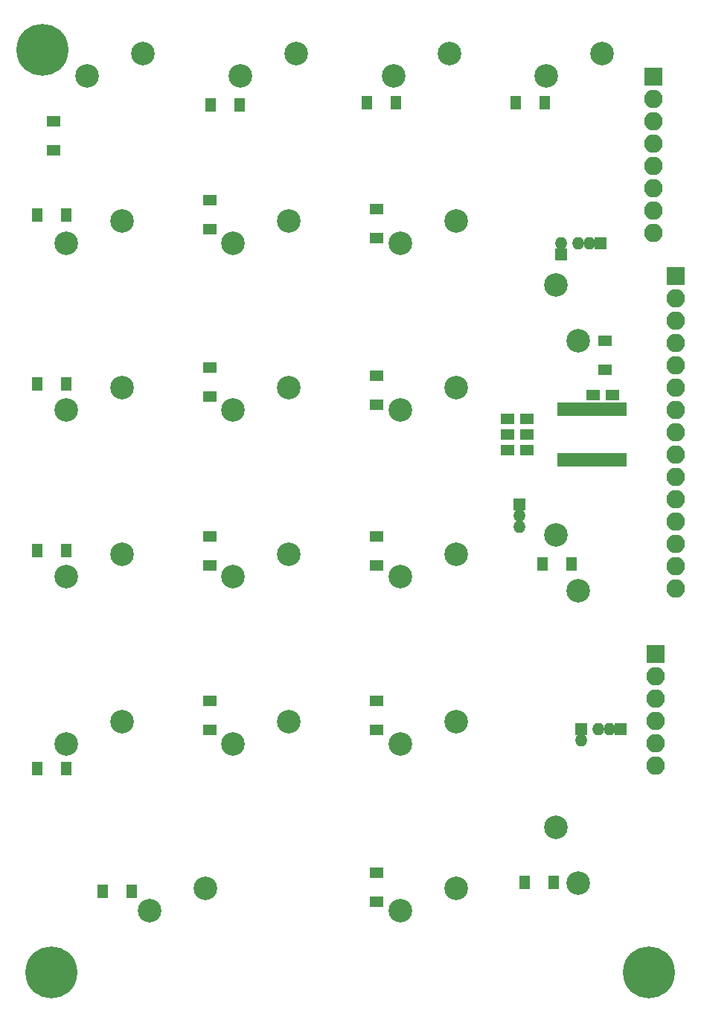
<source format=gbs>
G04 #@! TF.FileFunction,Soldermask,Bot*
%FSLAX46Y46*%
G04 Gerber Fmt 4.6, Leading zero omitted, Abs format (unit mm)*
G04 Created by KiCad (PCBNEW 4.0.5) date Sun Feb 26 02:23:34 2017*
%MOMM*%
%LPD*%
G01*
G04 APERTURE LIST*
%ADD10C,0.100000*%
%ADD11C,5.900000*%
%ADD12R,1.600000X1.300000*%
%ADD13R,1.300000X1.600000*%
%ADD14R,0.800000X1.500000*%
%ADD15R,2.100000X2.100000*%
%ADD16O,2.100000X2.100000*%
%ADD17R,1.400000X1.400000*%
%ADD18O,1.400000X1.400000*%
%ADD19C,2.686000*%
G04 APERTURE END LIST*
D10*
D11*
X63500000Y-45500000D03*
D12*
X64750000Y-56900000D03*
X64750000Y-53600000D03*
D13*
X82600000Y-51750000D03*
X85900000Y-51750000D03*
X100350000Y-51500000D03*
X103650000Y-51500000D03*
X117350000Y-51500000D03*
X120650000Y-51500000D03*
X62850000Y-64250000D03*
X66150000Y-64250000D03*
D12*
X82500000Y-62600000D03*
X82500000Y-65900000D03*
X101500000Y-63600000D03*
X101500000Y-66900000D03*
X127500000Y-81900000D03*
X127500000Y-78600000D03*
D13*
X62850000Y-83500000D03*
X66150000Y-83500000D03*
D12*
X82500000Y-81600000D03*
X82500000Y-84900000D03*
X101500000Y-82600000D03*
X101500000Y-85900000D03*
D13*
X62850000Y-102500000D03*
X66150000Y-102500000D03*
D12*
X82500000Y-100850000D03*
X82500000Y-104150000D03*
X101500000Y-100850000D03*
X101500000Y-104150000D03*
D13*
X120350000Y-104000000D03*
X123650000Y-104000000D03*
X62850000Y-127250000D03*
X66150000Y-127250000D03*
D12*
X82500000Y-119600000D03*
X82500000Y-122900000D03*
X101500000Y-119600000D03*
X101500000Y-122900000D03*
D13*
X70350000Y-141250000D03*
X73650000Y-141250000D03*
D12*
X101500000Y-139100000D03*
X101500000Y-142400000D03*
D13*
X118350000Y-140250000D03*
X121650000Y-140250000D03*
D14*
X129575000Y-92100000D03*
X128925000Y-92100000D03*
X128275000Y-92100000D03*
X127625000Y-92100000D03*
X126975000Y-92100000D03*
X126325000Y-92100000D03*
X125675000Y-92100000D03*
X125025000Y-92100000D03*
X124375000Y-92100000D03*
X123725000Y-92100000D03*
X123075000Y-92100000D03*
X122425000Y-92100000D03*
X122425000Y-86400000D03*
X123075000Y-86400000D03*
X123725000Y-86400000D03*
X124375000Y-86400000D03*
X125025000Y-86400000D03*
X125675000Y-86400000D03*
X126325000Y-86400000D03*
X126975000Y-86400000D03*
X127625000Y-86400000D03*
X128275000Y-86400000D03*
X128925000Y-86400000D03*
X129575000Y-86400000D03*
D15*
X133000000Y-48500000D03*
D16*
X133000000Y-51040000D03*
X133000000Y-53580000D03*
X133000000Y-56120000D03*
X133000000Y-58660000D03*
X133000000Y-61200000D03*
X133000000Y-63740000D03*
X133000000Y-66280000D03*
D15*
X133250000Y-114250000D03*
D16*
X133250000Y-116790000D03*
X133250000Y-119330000D03*
X133250000Y-121870000D03*
X133250000Y-124410000D03*
X133250000Y-126950000D03*
D17*
X124750000Y-122750000D03*
D18*
X124750000Y-124020000D03*
D17*
X129250000Y-122750000D03*
D18*
X127980000Y-122750000D03*
X126710000Y-122750000D03*
D17*
X117750000Y-97250000D03*
D18*
X117750000Y-98520000D03*
X117750000Y-99790000D03*
D17*
X127000000Y-67500000D03*
D18*
X125730000Y-67500000D03*
X124460000Y-67500000D03*
D15*
X135500000Y-71250000D03*
D16*
X135500000Y-73790000D03*
X135500000Y-76330000D03*
X135500000Y-78870000D03*
X135500000Y-81410000D03*
X135500000Y-83950000D03*
X135500000Y-86490000D03*
X135500000Y-89030000D03*
X135500000Y-91570000D03*
X135500000Y-94110000D03*
X135500000Y-96650000D03*
X135500000Y-99190000D03*
X135500000Y-101730000D03*
X135500000Y-104270000D03*
X135500000Y-106810000D03*
D17*
X122500000Y-68770000D03*
D18*
X122500000Y-67500000D03*
D19*
X72540000Y-64920000D03*
X66190000Y-67460000D03*
X91540000Y-102920000D03*
X85190000Y-105460000D03*
X110540000Y-140920000D03*
X104190000Y-143460000D03*
X110540000Y-102920000D03*
X104190000Y-105460000D03*
X91540000Y-83920000D03*
X85190000Y-86460000D03*
X110540000Y-64920000D03*
X104190000Y-67460000D03*
X91540000Y-64920000D03*
X85190000Y-67460000D03*
X72540000Y-83920000D03*
X66190000Y-86460000D03*
X110540000Y-83920000D03*
X104190000Y-86460000D03*
X72540000Y-102920000D03*
X66190000Y-105460000D03*
X72540000Y-121920000D03*
X66190000Y-124460000D03*
X91540000Y-121920000D03*
X85190000Y-124460000D03*
X110540000Y-121920000D03*
X104190000Y-124460000D03*
X82040000Y-140920000D03*
X75690000Y-143460000D03*
X127165000Y-45920000D03*
X120815000Y-48460000D03*
X109748000Y-45920000D03*
X103398000Y-48460000D03*
X92331700Y-45920000D03*
X85981700Y-48460000D03*
X74915000Y-45920000D03*
X68565000Y-48460000D03*
X121920000Y-133960000D03*
X124460000Y-140310000D03*
X121920000Y-72210000D03*
X124460000Y-78560000D03*
D12*
X116400000Y-87500000D03*
X118600000Y-87500000D03*
X116400000Y-89250000D03*
X118600000Y-89250000D03*
X116400000Y-91000000D03*
X118600000Y-91000000D03*
X126150000Y-84750000D03*
X128350000Y-84750000D03*
D11*
X132500000Y-150500000D03*
X64500000Y-150500000D03*
D19*
X121920000Y-100710000D03*
X124460000Y-107060000D03*
M02*

</source>
